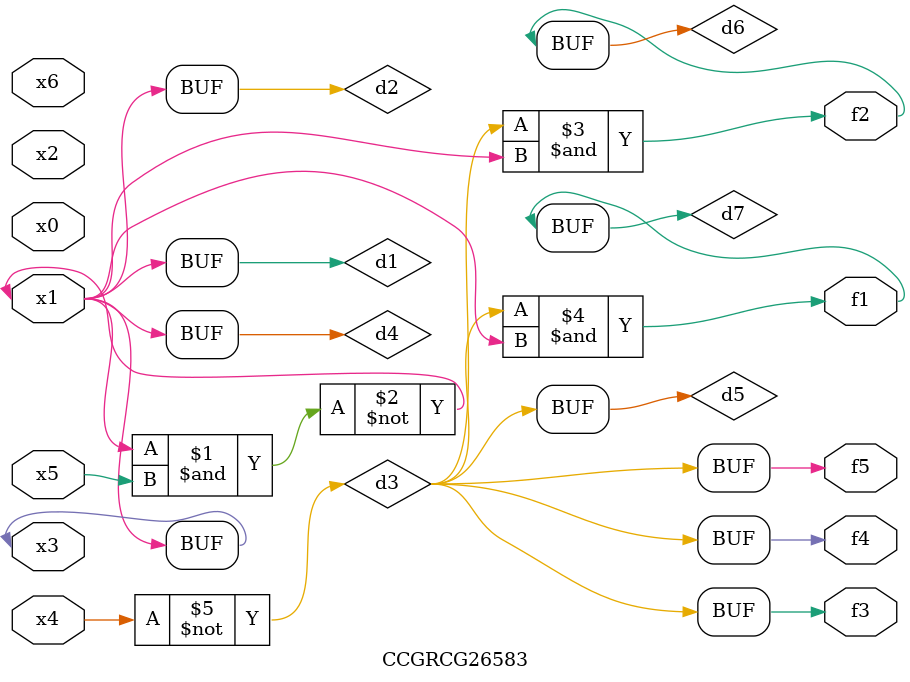
<source format=v>
module CCGRCG26583(
	input x0, x1, x2, x3, x4, x5, x6,
	output f1, f2, f3, f4, f5
);

	wire d1, d2, d3, d4, d5, d6, d7;

	buf (d1, x1, x3);
	nand (d2, x1, x5);
	not (d3, x4);
	buf (d4, d1, d2);
	buf (d5, d3);
	and (d6, d3, d4);
	and (d7, d3, d4);
	assign f1 = d7;
	assign f2 = d6;
	assign f3 = d5;
	assign f4 = d5;
	assign f5 = d5;
endmodule

</source>
